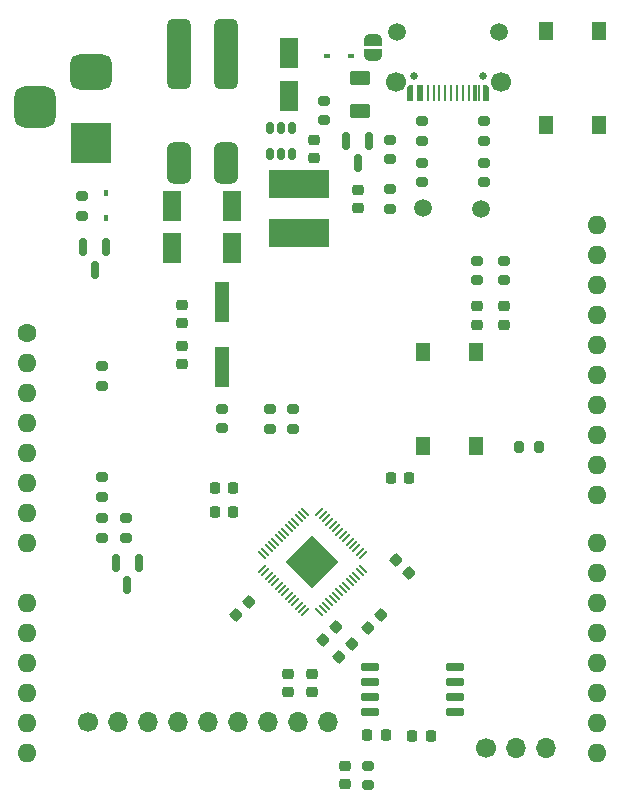
<source format=gbr>
%TF.GenerationSoftware,KiCad,Pcbnew,(6.0.8)*%
%TF.CreationDate,2022-12-17T17:30:56+01:00*%
%TF.ProjectId,anac_2040,616e6163-5f32-4303-9430-2e6b69636164,rev?*%
%TF.SameCoordinates,Original*%
%TF.FileFunction,Soldermask,Top*%
%TF.FilePolarity,Negative*%
%FSLAX46Y46*%
G04 Gerber Fmt 4.6, Leading zero omitted, Abs format (unit mm)*
G04 Created by KiCad (PCBNEW (6.0.8)) date 2022-12-17 17:30:56*
%MOMM*%
%LPD*%
G01*
G04 APERTURE LIST*
G04 Aperture macros list*
%AMRoundRect*
0 Rectangle with rounded corners*
0 $1 Rounding radius*
0 $2 $3 $4 $5 $6 $7 $8 $9 X,Y pos of 4 corners*
0 Add a 4 corners polygon primitive as box body*
4,1,4,$2,$3,$4,$5,$6,$7,$8,$9,$2,$3,0*
0 Add four circle primitives for the rounded corners*
1,1,$1+$1,$2,$3*
1,1,$1+$1,$4,$5*
1,1,$1+$1,$6,$7*
1,1,$1+$1,$8,$9*
0 Add four rect primitives between the rounded corners*
20,1,$1+$1,$2,$3,$4,$5,0*
20,1,$1+$1,$4,$5,$6,$7,0*
20,1,$1+$1,$6,$7,$8,$9,0*
20,1,$1+$1,$8,$9,$2,$3,0*%
%AMRotRect*
0 Rectangle, with rotation*
0 The origin of the aperture is its center*
0 $1 length*
0 $2 width*
0 $3 Rotation angle, in degrees counterclockwise*
0 Add horizontal line*
21,1,$1,$2,0,0,$3*%
%AMOutline5P*
0 Free polygon, 5 corners , with rotation*
0 The origin of the aperture is its center*
0 number of corners: always 5*
0 $1 to $10 corner X, Y*
0 $11 Rotation angle, in degrees counterclockwise*
0 create outline with 5 corners*
4,1,5,$1,$2,$3,$4,$5,$6,$7,$8,$9,$10,$1,$2,$11*%
%AMOutline6P*
0 Free polygon, 6 corners , with rotation*
0 The origin of the aperture is its center*
0 number of corners: always 6*
0 $1 to $12 corner X, Y*
0 $13 Rotation angle, in degrees counterclockwise*
0 create outline with 6 corners*
4,1,6,$1,$2,$3,$4,$5,$6,$7,$8,$9,$10,$11,$12,$1,$2,$13*%
%AMOutline7P*
0 Free polygon, 7 corners , with rotation*
0 The origin of the aperture is its center*
0 number of corners: always 7*
0 $1 to $14 corner X, Y*
0 $15 Rotation angle, in degrees counterclockwise*
0 create outline with 7 corners*
4,1,7,$1,$2,$3,$4,$5,$6,$7,$8,$9,$10,$11,$12,$13,$14,$1,$2,$15*%
%AMOutline8P*
0 Free polygon, 8 corners , with rotation*
0 The origin of the aperture is its center*
0 number of corners: always 8*
0 $1 to $16 corner X, Y*
0 $17 Rotation angle, in degrees counterclockwise*
0 create outline with 8 corners*
4,1,8,$1,$2,$3,$4,$5,$6,$7,$8,$9,$10,$11,$12,$13,$14,$15,$16,$1,$2,$17*%
%AMFreePoly0*
4,1,22,0.500000,-0.750000,0.000000,-0.750000,0.000000,-0.745033,-0.079941,-0.743568,-0.215256,-0.701293,-0.333266,-0.622738,-0.424486,-0.514219,-0.481581,-0.384460,-0.499164,-0.250000,-0.500000,-0.250000,-0.500000,0.250000,-0.499164,0.250000,-0.499963,0.256109,-0.478152,0.396186,-0.417904,0.524511,-0.324060,0.630769,-0.204165,0.706417,-0.067858,0.745374,0.000000,0.744959,0.000000,0.750000,
0.500000,0.750000,0.500000,-0.750000,0.500000,-0.750000,$1*%
%AMFreePoly1*
4,1,20,0.000000,0.744959,0.073905,0.744508,0.209726,0.703889,0.328688,0.626782,0.421226,0.519385,0.479903,0.390333,0.500000,0.250000,0.500000,-0.250000,0.499851,-0.262216,0.476331,-0.402017,0.414519,-0.529596,0.319384,-0.634700,0.198574,-0.708877,0.061801,-0.746166,0.000000,-0.745033,0.000000,-0.750000,-0.500000,-0.750000,-0.500000,0.750000,0.000000,0.750000,0.000000,0.744959,
0.000000,0.744959,$1*%
G04 Aperture macros list end*
%ADD10RoundRect,0.218750X0.218750X0.256250X-0.218750X0.256250X-0.218750X-0.256250X0.218750X-0.256250X0*%
%ADD11RoundRect,0.218750X-0.256250X0.218750X-0.256250X-0.218750X0.256250X-0.218750X0.256250X0.218750X0*%
%ADD12C,0.670000*%
%ADD13Outline5P,-0.275000X0.712500X0.275000X0.712500X0.275000X-0.712500X0.000000X-0.712500X-0.275000X-0.437500X180.000000*%
%ADD14R,0.250000X1.450000*%
%ADD15Outline5P,-0.275000X0.712500X0.275000X0.712500X0.275000X-0.437500X0.000000X-0.712500X-0.275000X-0.712500X180.000000*%
%ADD16R,0.550000X1.125000*%
%ADD17R,0.300000X1.450000*%
%ADD18R,0.550000X1.075000*%
%ADD19C,1.500000*%
%ADD20C,1.700000*%
%ADD21RoundRect,0.200000X-0.275000X0.200000X-0.275000X-0.200000X0.275000X-0.200000X0.275000X0.200000X0*%
%ADD22RoundRect,0.150000X0.650000X0.150000X-0.650000X0.150000X-0.650000X-0.150000X0.650000X-0.150000X0*%
%ADD23RoundRect,0.225000X-0.250000X0.225000X-0.250000X-0.225000X0.250000X-0.225000X0.250000X0.225000X0*%
%ADD24RoundRect,0.225000X-0.017678X0.335876X-0.335876X0.017678X0.017678X-0.335876X0.335876X-0.017678X0*%
%ADD25RoundRect,0.200000X0.275000X-0.200000X0.275000X0.200000X-0.275000X0.200000X-0.275000X-0.200000X0*%
%ADD26RoundRect,0.050000X0.238649X0.309359X-0.309359X-0.238649X-0.238649X-0.309359X0.309359X0.238649X0*%
%ADD27RoundRect,0.050000X-0.238649X0.309359X-0.309359X0.238649X0.238649X-0.309359X0.309359X-0.238649X0*%
%ADD28RotRect,3.200000X3.200000X225.000000*%
%ADD29RoundRect,0.225000X0.017678X-0.335876X0.335876X-0.017678X-0.017678X0.335876X-0.335876X0.017678X0*%
%ADD30R,5.100000X2.350000*%
%ADD31O,1.700000X1.700000*%
%ADD32RoundRect,0.225000X0.250000X-0.225000X0.250000X0.225000X-0.250000X0.225000X-0.250000X-0.225000X0*%
%ADD33R,1.300000X1.550000*%
%ADD34R,3.500000X3.500000*%
%ADD35RoundRect,0.750000X-1.000000X0.750000X-1.000000X-0.750000X1.000000X-0.750000X1.000000X0.750000X0*%
%ADD36RoundRect,0.875000X-0.875000X0.875000X-0.875000X-0.875000X0.875000X-0.875000X0.875000X0.875000X0*%
%ADD37FreePoly0,270.000000*%
%ADD38FreePoly1,270.000000*%
%ADD39RoundRect,0.225000X-0.225000X-0.250000X0.225000X-0.250000X0.225000X0.250000X-0.225000X0.250000X0*%
%ADD40RoundRect,0.150000X-0.150000X0.587500X-0.150000X-0.587500X0.150000X-0.587500X0.150000X0.587500X0*%
%ADD41R,0.450000X0.600000*%
%ADD42RoundRect,0.500000X0.500000X-1.250000X0.500000X1.250000X-0.500000X1.250000X-0.500000X-1.250000X0*%
%ADD43RoundRect,0.500000X0.500000X-2.500000X0.500000X2.500000X-0.500000X2.500000X-0.500000X-2.500000X0*%
%ADD44RoundRect,0.225000X-0.335876X-0.017678X-0.017678X-0.335876X0.335876X0.017678X0.017678X0.335876X0*%
%ADD45RoundRect,0.250000X0.550000X-1.050000X0.550000X1.050000X-0.550000X1.050000X-0.550000X-1.050000X0*%
%ADD46RoundRect,0.150000X-0.150000X0.350000X-0.150000X-0.350000X0.150000X-0.350000X0.150000X0.350000X0*%
%ADD47RoundRect,0.250000X-0.625000X0.375000X-0.625000X-0.375000X0.625000X-0.375000X0.625000X0.375000X0*%
%ADD48R,1.200000X3.500000*%
%ADD49RoundRect,0.200000X-0.200000X-0.275000X0.200000X-0.275000X0.200000X0.275000X-0.200000X0.275000X0*%
%ADD50R,0.600000X0.450000*%
%ADD51C,1.600000*%
%ADD52O,1.600000X1.600000*%
G04 APERTURE END LIST*
D10*
%TO.C,D4*%
X165011500Y-116501000D03*
X163436500Y-116501000D03*
%TD*%
D11*
%TO.C,D2*%
X168950000Y-81687500D03*
X168950000Y-80112500D03*
%TD*%
%TO.C,D3*%
X171200000Y-80112500D03*
X171200000Y-81687500D03*
%TD*%
D12*
%TO.C,J7*%
X163600000Y-60562500D03*
X169400000Y-60562500D03*
D13*
X169725000Y-62025000D03*
D14*
X169075000Y-62012500D03*
X167750000Y-62012500D03*
X166750000Y-62012500D03*
X166250000Y-62012500D03*
X165250000Y-62012500D03*
X163925000Y-62012500D03*
D15*
X163275000Y-62025000D03*
D16*
X163275000Y-62175000D03*
D17*
X164200000Y-62012500D03*
D14*
X164750000Y-62012500D03*
X165750000Y-62012500D03*
X167250000Y-62012500D03*
X168250000Y-62012500D03*
D17*
X168800000Y-62012500D03*
D18*
X169725000Y-62200000D03*
D19*
X170820000Y-56912500D03*
X162180000Y-56912500D03*
D20*
X170950000Y-61092500D03*
X162050000Y-61092500D03*
%TD*%
D21*
%TO.C,R12*%
X159674000Y-118976000D03*
X159674000Y-120626000D03*
%TD*%
D22*
%TO.C,U2*%
X167100000Y-114405000D03*
X167100000Y-113135000D03*
X167100000Y-111865000D03*
X167100000Y-110595000D03*
X159900000Y-110595000D03*
X159900000Y-111865000D03*
X159900000Y-113135000D03*
X159900000Y-114405000D03*
%TD*%
D23*
%TO.C,C2*%
X143949000Y-83451000D03*
X143949000Y-85001000D03*
%TD*%
D24*
%TO.C,C4*%
X160822008Y-106202992D03*
X159725992Y-107299008D03*
%TD*%
D23*
%TO.C,C16*%
X155150000Y-66025000D03*
X155150000Y-67575000D03*
%TD*%
D25*
%TO.C,R11*%
X171200000Y-77875000D03*
X171200000Y-76225000D03*
%TD*%
D21*
%TO.C,R8*%
X137224000Y-98026000D03*
X137224000Y-99676000D03*
%TD*%
D26*
%TO.C,U1*%
X159269157Y-101157798D03*
X158986314Y-100874955D03*
X158703472Y-100592113D03*
X158420629Y-100309270D03*
X158137786Y-100026427D03*
X157854944Y-99743585D03*
X157572101Y-99460742D03*
X157289258Y-99177899D03*
X157006415Y-98895056D03*
X156723573Y-98612214D03*
X156440730Y-98329371D03*
X156157887Y-98046528D03*
X155875045Y-97763686D03*
X155592202Y-97480843D03*
D27*
X154407798Y-97480843D03*
X154124955Y-97763686D03*
X153842113Y-98046528D03*
X153559270Y-98329371D03*
X153276427Y-98612214D03*
X152993585Y-98895056D03*
X152710742Y-99177899D03*
X152427899Y-99460742D03*
X152145056Y-99743585D03*
X151862214Y-100026427D03*
X151579371Y-100309270D03*
X151296528Y-100592113D03*
X151013686Y-100874955D03*
X150730843Y-101157798D03*
D26*
X150730843Y-102342202D03*
X151013686Y-102625045D03*
X151296528Y-102907887D03*
X151579371Y-103190730D03*
X151862214Y-103473573D03*
X152145056Y-103756415D03*
X152427899Y-104039258D03*
X152710742Y-104322101D03*
X152993585Y-104604944D03*
X153276427Y-104887786D03*
X153559270Y-105170629D03*
X153842113Y-105453472D03*
X154124955Y-105736314D03*
X154407798Y-106019157D03*
D27*
X155592202Y-106019157D03*
X155875045Y-105736314D03*
X156157887Y-105453472D03*
X156440730Y-105170629D03*
X156723573Y-104887786D03*
X157006415Y-104604944D03*
X157289258Y-104322101D03*
X157572101Y-104039258D03*
X157854944Y-103756415D03*
X158137786Y-103473573D03*
X158420629Y-103190730D03*
X158703472Y-102907887D03*
X158986314Y-102625045D03*
X159269157Y-102342202D03*
D28*
X155000000Y-101750000D03*
%TD*%
D29*
%TO.C,C6*%
X157275992Y-109749008D03*
X158372008Y-108652992D03*
%TD*%
D25*
%TO.C,RV2*%
X169500000Y-69575000D03*
X169500000Y-67925000D03*
%TD*%
D21*
%TO.C,R14*%
X153375000Y-88825000D03*
X153375000Y-90475000D03*
%TD*%
D30*
%TO.C,L1*%
X153851000Y-69775000D03*
X153851000Y-73925000D03*
%TD*%
D20*
%TO.C,J5*%
X135960000Y-115320000D03*
D31*
X138500000Y-115320000D03*
X141040000Y-115320000D03*
X143580000Y-115320000D03*
X146120000Y-115320000D03*
X148660000Y-115320000D03*
X151200000Y-115320000D03*
X153740000Y-115320000D03*
X156280000Y-115320000D03*
%TD*%
D23*
%TO.C,C3*%
X158824000Y-70226000D03*
X158824000Y-71776000D03*
%TD*%
D32*
%TO.C,C7*%
X157724000Y-120576000D03*
X157724000Y-119026000D03*
%TD*%
D21*
%TO.C,R15*%
X164250000Y-64425000D03*
X164250000Y-66075000D03*
%TD*%
%TO.C,R5*%
X139230000Y-98026000D03*
X139230000Y-99676000D03*
%TD*%
D33*
%TO.C,SW1*%
X164374000Y-83976000D03*
X164374000Y-91926000D03*
X168874000Y-91926000D03*
X168874000Y-83976000D03*
%TD*%
D25*
%TO.C,R10*%
X168950000Y-77875000D03*
X168950000Y-76225000D03*
%TD*%
%TO.C,R6*%
X137224000Y-86825000D03*
X137224000Y-85175000D03*
%TD*%
D34*
%TO.C,J6*%
X136250000Y-66250000D03*
D35*
X136250000Y-60250000D03*
D36*
X131550000Y-63250000D03*
%TD*%
D33*
%TO.C,SW2*%
X174750000Y-64725000D03*
X174750000Y-56775000D03*
X179250000Y-64725000D03*
X179250000Y-56775000D03*
%TD*%
D21*
%TO.C,R9*%
X156000000Y-62675000D03*
X156000000Y-64325000D03*
%TD*%
D37*
%TO.C,Fuse bypass*%
X160100000Y-57550000D03*
D38*
X160100000Y-58850000D03*
%TD*%
D25*
%TO.C,R16*%
X169500000Y-66075000D03*
X169500000Y-64425000D03*
%TD*%
D23*
%TO.C,C14*%
X154924000Y-111225000D03*
X154924000Y-112775000D03*
%TD*%
D39*
%TO.C,C5*%
X146745000Y-97500000D03*
X148295000Y-97500000D03*
%TD*%
%TO.C,C11*%
X161649000Y-94601000D03*
X163199000Y-94601000D03*
%TD*%
D25*
%TO.C,R13*%
X151375000Y-90475000D03*
X151375000Y-88825000D03*
%TD*%
D19*
%TO.C,TP1*%
X164400000Y-71800000D03*
%TD*%
D40*
%TO.C,Q2*%
X137500000Y-75112000D03*
X135600000Y-75112000D03*
X136550000Y-76987000D03*
%TD*%
D41*
%TO.C,D5*%
X137500000Y-72637000D03*
X137500000Y-70537000D03*
%TD*%
D21*
%TO.C,R3*%
X161574000Y-70176000D03*
X161574000Y-71826000D03*
%TD*%
D40*
%TO.C,Q1*%
X159774000Y-66063500D03*
X157874000Y-66063500D03*
X158824000Y-67938500D03*
%TD*%
%TO.C,U3*%
X140274000Y-101813500D03*
X138374000Y-101813500D03*
X139324000Y-103688500D03*
%TD*%
D21*
%TO.C,R7*%
X137224000Y-94576000D03*
X137224000Y-96226000D03*
%TD*%
%TO.C,R2*%
X161574000Y-65976000D03*
X161574000Y-67626000D03*
%TD*%
D42*
%TO.C,J1*%
X143700000Y-68000000D03*
D43*
X143700000Y-58750000D03*
D42*
X147700000Y-68000000D03*
D43*
X147700000Y-58750000D03*
%TD*%
D44*
%TO.C,C12*%
X162075992Y-101552992D03*
X163172008Y-102649008D03*
%TD*%
D45*
%TO.C,C17*%
X153000000Y-62250000D03*
X153000000Y-58650000D03*
%TD*%
D39*
%TO.C,C8*%
X146749000Y-95501000D03*
X148299000Y-95501000D03*
%TD*%
D46*
%TO.C,U4*%
X153301000Y-64962500D03*
X152351000Y-64962500D03*
X151401000Y-64962500D03*
X151401000Y-67237500D03*
X152351000Y-67237500D03*
X153301000Y-67237500D03*
%TD*%
D39*
%TO.C,C15*%
X159649000Y-116401000D03*
X161199000Y-116401000D03*
%TD*%
D23*
%TO.C,C13*%
X152924000Y-111225000D03*
X152924000Y-112775000D03*
%TD*%
D32*
%TO.C,C1*%
X143949000Y-81551000D03*
X143949000Y-80001000D03*
%TD*%
D47*
%TO.C,F1*%
X159000000Y-60800000D03*
X159000000Y-63600000D03*
%TD*%
D45*
%TO.C,C18*%
X143150000Y-75200000D03*
X143150000Y-71600000D03*
%TD*%
%TO.C,C19*%
X148150000Y-75200000D03*
X148150000Y-71600000D03*
%TD*%
D48*
%TO.C,Y1*%
X147324000Y-85251000D03*
X147324000Y-79751000D03*
%TD*%
D49*
%TO.C,R4*%
X172499000Y-92001000D03*
X174149000Y-92001000D03*
%TD*%
D19*
%TO.C,TP2*%
X169250000Y-71825000D03*
%TD*%
D21*
%TO.C,R17*%
X135450000Y-70762000D03*
X135450000Y-72412000D03*
%TD*%
D24*
%TO.C,C9*%
X149622008Y-105152992D03*
X148525992Y-106249008D03*
%TD*%
D25*
%TO.C,R1*%
X147324000Y-90400000D03*
X147324000Y-88750000D03*
%TD*%
D50*
%TO.C,D1*%
X156200000Y-58900000D03*
X158300000Y-58900000D03*
%TD*%
D25*
%TO.C,RV1*%
X164250000Y-69575000D03*
X164250000Y-67925000D03*
%TD*%
D29*
%TO.C,C10*%
X155875992Y-108349008D03*
X156972008Y-107252992D03*
%TD*%
D20*
%TO.C,J10*%
X169725000Y-117525000D03*
D31*
X172265000Y-117525000D03*
X174805000Y-117525000D03*
%TD*%
D51*
%TO.C,A1*%
X130870000Y-82325000D03*
D52*
X130870000Y-84865000D03*
X130870000Y-87405000D03*
X130870000Y-89945000D03*
X130870000Y-92485000D03*
X130870000Y-95025000D03*
X130870000Y-97565000D03*
X130870000Y-100105000D03*
X130870000Y-105185000D03*
X130870000Y-107725000D03*
X130870000Y-110265000D03*
X130870000Y-112805000D03*
X130870000Y-115345000D03*
X130870000Y-117885000D03*
X179130000Y-117885000D03*
X179130000Y-115345000D03*
X179130000Y-112805000D03*
X179130000Y-110265000D03*
X179130000Y-107725000D03*
X179130000Y-105185000D03*
X179130000Y-102645000D03*
X179130000Y-100105000D03*
X179130000Y-96045000D03*
X179130000Y-93505000D03*
X179130000Y-90965000D03*
X179130000Y-88425000D03*
X179130000Y-85885000D03*
X179130000Y-83345000D03*
X179130000Y-80805000D03*
X179130000Y-78265000D03*
X179130000Y-75725000D03*
X179130000Y-73185000D03*
%TD*%
M02*

</source>
